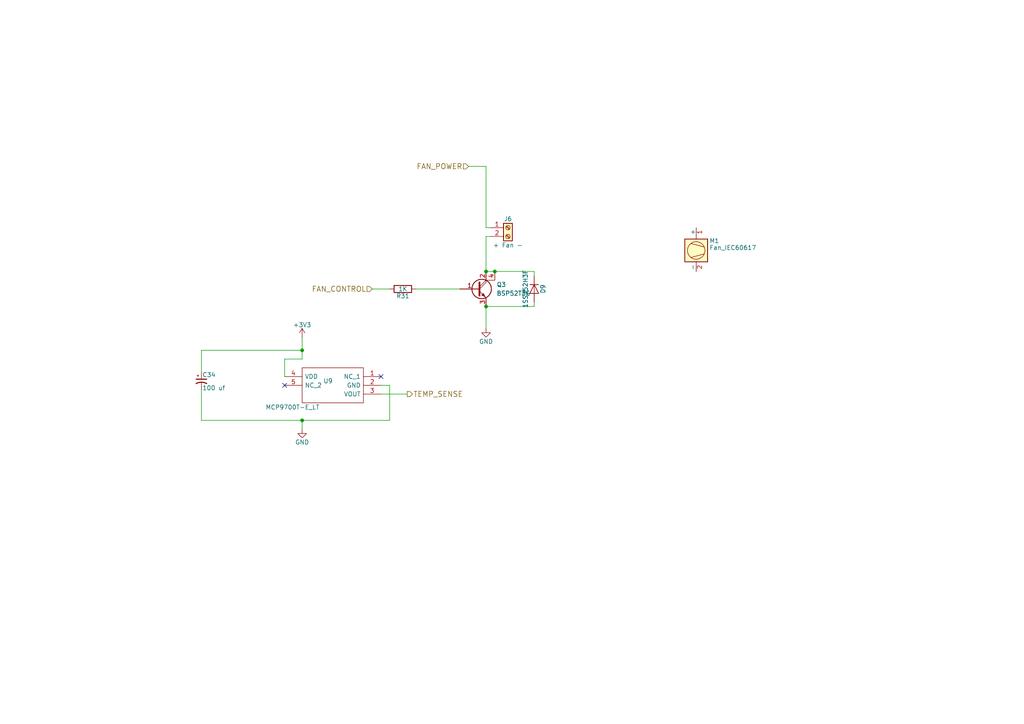
<source format=kicad_sch>
(kicad_sch (version 20211123) (generator eeschema)
  (paper "A4")
  (title_block (title "Pocket Beagle DCC Command Station (SMD version)") (date "2021-04-09") (rev "A") (company "Deepwoods Software") (comment 1 "Fan Control"))
  (lib_symbols
    (symbol "MCP9700T-E_LT:MCP9700T-E_LT" (pin_names (offset 0.762))
      (property "Reference" "IC" (at 24.13 7.62 0))
      (property "Value" "MCP9700T-E_LT" (at 24.13 5.08 0))
      (symbol "MCP9700T-E_LT_0_0"
        (pin passive line (at 0 0 0) (length 5.08) (name "NC_1") (number "1"))
        (pin power_in line (at 0 -2.54 0) (length 5.08) (name "GND") (number "2"))
        (pin output line (at 0 -5.08 0) (length 5.08) (name "VOUT") (number "3"))
        (pin power_in line (at 27.94 0 180) (length 5.08) (name "VDD") (number "4"))
        (pin passive line (at 27.94 -2.54 180) (length 5.08) (name "NC_2") (number "5"))
      )
      (symbol "MCP9700T-E_LT_0_1"
        (polyline (pts (xy 5.08 2.54) (xy 22.86 2.54) (xy 22.86 -7.62) (xy 5.08 -7.62) (xy 5.08 2.54)) (stroke (width 0.1524)))
      )
    )
    (symbol "PocketBeagleCommandStation_SMD-rescue:+3.3V" (power) (pin_names (offset 0))
      (property "Value" "+3.3V" (at 0 3.556 0))
      (symbol "+3.3V_0_1"
        (polyline (pts (xy -0.762 1.27) (xy 0 2.54)))
        (polyline (pts (xy 0 0) (xy 0 2.54)))
        (polyline (pts (xy 0 2.54) (xy 0.762 1.27)))
      )
      (symbol "+3.3V_1_1"
        (pin power_in line (at 0 0 90) (length 0) hide (name "+3V3") (number "1"))
      )
    )
    (symbol "PocketBeagleCommandStation_SMD-rescue:CP1_Small" (pin_numbers hide) (pin_names (offset 0.254) hide)
      (property "Reference" "C" (at 0.254 1.778 0))
      (property "Value" "CP1_Small" (at 0.254 -2.032 0))
      (symbol "CP1_Small_0_1"
        (polyline (pts (xy -1.524 0.508) (xy 1.524 0.508)) (stroke (width 0.3048)))
        (polyline (pts (xy -1.27 1.524) (xy -0.762 1.524)))
        (polyline (pts (xy -1.016 1.27) (xy -1.016 1.778)))
        (arc (start 1.524 -0.762) (mid 0 -0.3734) (end -1.524 -0.762) (stroke (width 0.3048)))
      )
      (symbol "CP1_Small_1_1"
        (pin passive line (at 0 2.54 270) (length 2.032) (name "~") (number "1"))
        (pin passive line (at 0 -2.54 90) (length 2.032) (name "~") (number "2"))
      )
    )
    (symbol "PocketBeagleCommandStation_SMD-rescue:D" (pin_numbers hide) (pin_names (offset 1.016) hide)
      (property "Reference" "D" (at 0 2.54 0))
      (property "Value" "D" (at 0 -2.54 0))
      (symbol "D_0_1"
        (polyline (pts (xy -1.27 1.27) (xy -1.27 -1.27)) (stroke (width 0.2032)))
        (polyline (pts (xy 1.27 0) (xy -1.27 0)))
        (polyline (pts (xy 1.27 1.27) (xy 1.27 -1.27) (xy -1.27 0) (xy 1.27 1.27)) (stroke (width 0.2032)))
      )
      (symbol "D_1_1"
        (pin passive line (at -3.81 0 0) (length 2.54) (name "K") (number "1"))
        (pin passive line (at 3.81 0 180) (length 2.54) (name "A") (number "2"))
      )
    )
    (symbol "PocketBeagleCommandStation_SMD-rescue:Fan_IEC60617" (pin_names (offset 0))
      (property "Reference" "M" (at 3.81 3.81 0))
      (property "Value" "Fan_IEC60617" (at 3.81 2.54 0))
      (symbol "Fan_IEC60617_0_1"
        (rectangle (start -3.302 4.318) (end 3.302 -2.286) (stroke (width 0.254)) (fill (type background)))
        (polyline (pts (xy -1.524 -1.016) (xy 2.286 0)))
        (polyline (pts (xy -1.524 3.048) (xy 2.286 2.032)))
        (polyline (pts (xy 0 -5.08) (xy 0 -4.572)))
        (polyline (pts (xy 0 -2.2352) (xy 0 -2.6416)))
        (polyline (pts (xy 0 4.2672) (xy 0 4.6228)))
        (polyline (pts (xy 0 4.572) (xy 0 5.08)))
        (circle (center 0 1.016) (radius 2.54))
      )
      (symbol "Fan_IEC60617_1_1"
        (pin passive line (at 0 7.62 270) (length 2.54) (name "+") (number "1"))
        (pin passive line (at 0 -5.08 90) (length 2.54) (name "-") (number "2"))
      )
    )
    (symbol "PocketBeagleCommandStation_SMD-rescue:GND" (power) (pin_names (offset 0))
      (property "Value" "GND" (at 0 -3.81 0))
      (symbol "GND_0_1"
        (polyline (pts (xy 0 0) (xy 0 -1.27) (xy 1.27 -1.27) (xy 0 -2.54) (xy -1.27 -1.27) (xy 0 -1.27)))
      )
      (symbol "GND_1_1"
        (pin power_in line (at 0 0 270) (length 0) hide (name "GND") (number "1"))
      )
    )
    (symbol "PocketBeagleCommandStation_SMD-rescue:Q_NPN_Darlington_BCEC" (pin_names (offset 0) hide)
      (property "Reference" "Q" (at 5.588 1.27 0))
      (property "Value" "Q_NPN_Darlington_BCEC" (at 5.588 -1.27 0))
      (symbol "Q_NPN_Darlington_BCEC_0_1"
        (polyline (pts (xy 0.635 0.635) (xy 2.54 2.54)))
        (polyline (pts (xy 5.08 2.54) (xy 2.54 2.54)))
        (polyline (pts (xy 0.635 -0.635) (xy 2.54 -2.54) (xy 2.54 -2.54)))
        (polyline (pts (xy 0.635 0) (xy 2.54 1.905) (xy 2.54 2.54)))
        (polyline (pts (xy 0.635 1.905) (xy 0.635 -1.905) (xy 0.635 -1.905)) (stroke (width 0.508)))
        (polyline (pts (xy 1.27 -1.778) (xy 1.778 -1.27) (xy 2.286 -2.286) (xy 1.27 -1.778) (xy 1.27 -1.778)) (fill (type outline)))
        (circle (center 1.27 0) (radius 2.8194) (stroke (width 0.254)))
      )
      (symbol "Q_NPN_Darlington_BCEC_1_1"
        (pin input line (at -5.08 0 0) (length 5.715) (name "B") (number "1"))
        (pin passive line (at 2.54 5.08 270) (length 2.54) (name "C") (number "2"))
        (pin passive line (at 2.54 -5.08 90) (length 2.54) (name "E") (number "3"))
        (pin input line (at 5.08 5.08 270) (length 2.54) (name "C2") (number "4"))
      )
    )
    (symbol "PocketBeagleCommandStation_SMD-rescue:R" (pin_numbers hide) (pin_names (offset 0))
      (property "Reference" "R" (at 2.032 0 90))
      (property "Value" "R" (at 0 0 90))
      (symbol "R_0_1"
        (rectangle (start -1.016 -2.54) (end 1.016 2.54) (stroke (width 0.254)))
      )
      (symbol "R_1_1"
        (pin passive line (at 0 3.81 270) (length 1.27) (name "~") (number "1"))
        (pin passive line (at 0 -3.81 90) (length 1.27) (name "~") (number "2"))
      )
    )
    (symbol "PocketBeagleCommandStation_SMD-rescue:Screw_Terminal_01x02" (pin_names (offset 1.016) hide)
      (property "Reference" "J" (at 0 2.54 0))
      (property "Value" "Screw_Terminal_01x02" (at 0 -5.08 0))
      (symbol "Screw_Terminal_01x02_1_1"
        (rectangle (start -1.27 1.27) (end 1.27 -3.81) (stroke (width 0.254)) (fill (type background)))
        (circle (center 0 -2.54) (radius 0.635) (stroke (width 0.1524)))
        (polyline (pts (xy -0.5334 -2.2098) (xy 0.3302 -3.048)) (stroke (width 0.1524)))
        (polyline (pts (xy -0.5334 0.3302) (xy 0.3302 -0.508)) (stroke (width 0.1524)))
        (polyline (pts (xy -0.3556 -2.032) (xy 0.508 -2.8702)) (stroke (width 0.1524)))
        (polyline (pts (xy -0.3556 0.508) (xy 0.508 -0.3302)) (stroke (width 0.1524)))
        (circle (center 0 0) (radius 0.635) (stroke (width 0.1524)))
        (pin passive line (at -5.08 0 0) (length 3.81) (name "Pin_1") (number "1"))
        (pin passive line (at -5.08 -2.54 0) (length 3.81) (name "Pin_2") (number "2"))
      )
    )
  )
  (junction (at 140.97 88.9))
  (junction (at 143.51 78.74))
  (junction (at 87.63 121.92))
  (junction (at 87.63 101.6))
  (junction (at 140.97 78.74))
  (no_connect (at 110.49 109.22))
  (no_connect (at 82.55 111.76))
  (wire (pts (xy 154.94 88.9) (xy 154.94 87.63)))
  (wire (pts (xy 87.63 124.46) (xy 87.63 121.92)))
  (wire (pts (xy 142.24 68.58) (xy 140.97 68.58)))
  (wire (pts (xy 58.42 101.6) (xy 87.63 101.6)))
  (wire (pts (xy 133.35 83.82) (xy 120.65 83.82)))
  (wire (pts (xy 82.55 104.14) (xy 82.55 109.22)))
  (wire (pts (xy 107.95 83.82) (xy 113.03 83.82)))
  (wire (pts (xy 58.42 121.92) (xy 87.63 121.92)))
  (wire (pts (xy 140.97 66.04) (xy 142.24 66.04)))
  (wire (pts (xy 135.89 48.26) (xy 140.97 48.26)))
  (wire (pts (xy 140.97 68.58) (xy 140.97 78.74)))
  (wire (pts (xy 58.42 113.03) (xy 58.42 121.92)))
  (wire (pts (xy 58.42 107.95) (xy 58.42 101.6)))
  (wire (pts (xy 140.97 48.26) (xy 140.97 66.04)))
  (wire (pts (xy 140.97 88.9) (xy 154.94 88.9)))
  (wire (pts (xy 87.63 104.14) (xy 82.55 104.14)))
  (wire (pts (xy 143.51 78.74) (xy 154.94 78.74)))
  (wire (pts (xy 87.63 97.79) (xy 87.63 101.6)))
  (wire (pts (xy 154.94 78.74) (xy 154.94 80.01)))
  (wire (pts (xy 140.97 78.74) (xy 143.51 78.74)))
  (wire (pts (xy 113.03 111.76) (xy 113.03 121.92)))
  (wire (pts (xy 87.63 101.6) (xy 87.63 104.14)))
  (wire (pts (xy 87.63 121.92) (xy 113.03 121.92)))
  (wire (pts (xy 140.97 88.9) (xy 140.97 95.25)))
  (wire (pts (xy 118.11 114.3) (xy 110.49 114.3)))
  (wire (pts (xy 110.49 111.76) (xy 113.03 111.76)))
  (hierarchical_label "TEMP_SENSE" (shape output) (at 118.11 114.3 0) (effects (font (size 1.524 1.524))))
  (hierarchical_label "FAN_CONTROL" (shape input) (at 107.95 83.82 180) (effects (font (size 1.524 1.524))))
  (hierarchical_label "FAN_POWER" (shape input) (at 135.89 48.26 180) (effects (font (size 1.524 1.524))))
  (symbol (lib_id "PocketBeagleCommandStation_SMD-rescue:Screw_Terminal_01x02") (at 147.32 66.04 0) (unit 1) (in_bom no)
    (property "Reference" "J6" (at 147.32 63.5 0))
    (property "Value" "+ Fan -" (at 147.32 71.12 0))
    (property "Footprint" "TerminalBlock_TE-Connectivity:TerminalBlock_TE_282834-2_1x02_P2.54mm_Horizontal" (effects hide))
    (property "Mouser Part Number" "651-1725656" (effects hide))
  )
  (symbol (lib_id "PocketBeagleCommandStation_SMD-rescue:R") (at 116.84 83.82 270) (unit 1)
    (property "Reference" "R31" (at 116.84 85.852 90))
    (property "Value" "1K" (at 116.84 83.82 90))
    (property "Footprint" "Resistor_SMD:R_0603_1608Metric" (effects hide))
    (property "Mouser Part Number" "279-CRGCQ0603F1K0" (effects hide))
    (property "LCSC" "C2073683" (effects hide))
    (property "MPN" "TE Connectivity CRGCQ0603F1K0" (effects hide))
  )
  (symbol (lib_id "PocketBeagleCommandStation_SMD-rescue:+3.3V") (at 87.63 97.79 0) (unit 1)
    (property "Reference" "#PWR070" (effects hide))
    (property "Value" "+3.3V" (at 87.63 94.234 0))
  )
  (symbol (lib_id "PocketBeagleCommandStation_SMD-rescue:GND") (at 140.97 95.25 0) (unit 1)
    (property "Reference" "#PWR071" (effects hide))
    (property "Value" "GND" (at 140.97 99.06 0))
  )
  (symbol (lib_id "PocketBeagleCommandStation_SMD-rescue:GND") (at 87.63 124.46 0) (unit 1)
    (property "Reference" "#PWR072" (effects hide))
    (property "Value" "GND" (at 87.63 128.27 0))
  )
  (symbol (lib_id "PocketBeagleCommandStation_SMD-rescue:Q_NPN_Darlington_BCEC") (at 138.43 83.82 0) (unit 1)
    (property "Reference" "Q3" (at 144.018 82.55 0) (effects (justify left)))
    (property "Value" "BSP52T3G" (at 144.018 85.09 0) (effects (justify left)))
    (property "Footprint" "Package_TO_SOT_SMD:SOT-223" (effects hide))
    (property "Mouser Part Number" "863-BSP52T3G" (effects hide))
    (property "LCSC" "C463680" (effects hide))
    (property "MPN" "onsemi BSP52T3G" (effects hide))
  )
  (symbol (lib_id "PocketBeagleCommandStation_SMD-rescue:D") (at 154.94 83.82 270) (unit 1)
    (property "Reference" "D9" (at 157.48 83.82 0))
    (property "Value" "1SS352H3F" (at 152.4 83.82 0))
    (property "Footprint" "Diode_SMD:D_SOD-323" (effects hide))
    (property "Mouser Part Number" "757-1SS352H3F" (effects hide))
    (property "LCSC" "C15885" (effects hide))
    (property "MPN" "TOSHIBA 1SS352,H3F" (effects hide))
  )
  (symbol (lib_id "PocketBeagleCommandStation_SMD-rescue:Fan_IEC60617") (at 201.93 73.66 0) (unit 1) (in_bom no)
    (property "Reference" "M1" (at 205.74 69.85 0) (effects (justify left)))
    (property "Value" "Fan_IEC60617" (at 205.74 71.12 0) (effects (justify left top)))
    (property "Footprint" "FAN:25mmFanMount" (effects hide))
    (property "Mouser Part Number" "490-CFM2510B1100-218" (effects hide))
  )
  (symbol (lib_id "PocketBeagleCommandStation_SMD-rescue:CP1_Small") (at 58.42 110.49 0) (unit 1)
    (property "Reference" "C34" (at 58.674 108.712 0) (effects (justify left)))
    (property "Value" "100 uf" (at 58.674 112.522 0) (effects (justify left)))
    (property "Footprint" "Capacitor_SMD:C_0603_1608Metric" (effects hide))
    (property "Mouser Part Number" "603-CC603KPX7R9BB104" (effects hide))
    (property "LCSC" "C115050" (effects hide))
    (property "MPN" "YAGEO CC0603KPX7R9BB104" (effects hide))
  )
  (symbol (lib_id "MCP9700T-E_LT:MCP9700T-E_LT") (at 110.49 109.22 0) (mirror y) (unit 1)
    (property "Reference" "U9" (at 96.52 110.49 0) (effects (justify left)))
    (property "Value" "MCP9700T-E_LT" (at 92.71 118.11 0) (effects (justify left)))
    (property "Footprint" "SOT65P210X110-5N:SOT65P210X110-5N" (effects hide))
    (property "Description" "Temperature sensor, -40 to +125 degC Microchip MCP9700T-E/LT Temperature Sensor 5-Pin SC-70, -40 ??? +125 degC" (effects hide))
    (property "Height" "1.1" (effects hide))
    (property "Mouser Part Number" "579-MCP9700T-E/LT" (effects hide))
    (property "Mouser Price/Stock" "https://www.mouser.co.uk/ProductDetail/Microchip-Technology/MCP9700T-E-LT?qs=RnzODY3cU8tW7jSxAPzBuw%3D%3D" (effects hide))
    (property "Manufacturer_Name" "Microchip" (effects hide))
    (property "Manufacturer_Part_Number" "MCP9700T-E/LT" (effects hide))
    (property "LCSC" "C511278" (effects hide))
    (property "MPN" "Microchip Tech MCP9700T-E/LT" (effects hide))
  )
)
</source>
